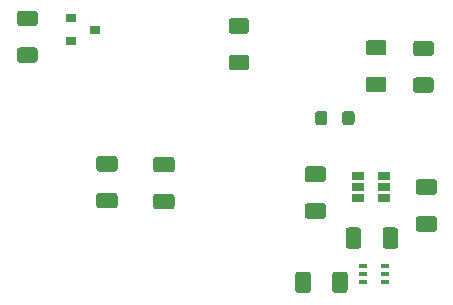
<source format=gbr>
%TF.GenerationSoftware,KiCad,Pcbnew,(5.1.9)-1*%
%TF.CreationDate,2021-05-19T15:00:27-04:00*%
%TF.ProjectId,fox_hunt_2m_fm,666f785f-6875-46e7-945f-326d5f666d2e,rev?*%
%TF.SameCoordinates,Original*%
%TF.FileFunction,Paste,Top*%
%TF.FilePolarity,Positive*%
%FSLAX46Y46*%
G04 Gerber Fmt 4.6, Leading zero omitted, Abs format (unit mm)*
G04 Created by KiCad (PCBNEW (5.1.9)-1) date 2021-05-19 15:00:27*
%MOMM*%
%LPD*%
G01*
G04 APERTURE LIST*
%ADD10R,0.650000X0.400000*%
%ADD11R,1.060000X0.650000*%
%ADD12R,0.900000X0.800000*%
G04 APERTURE END LIST*
D10*
%TO.C,U2*%
X159954000Y-132319000D03*
X159954000Y-133619000D03*
X158054000Y-132969000D03*
X159954000Y-132969000D03*
X158054000Y-133619000D03*
X158054000Y-132319000D03*
%TD*%
D11*
%TO.C,U1*%
X159850000Y-125603000D03*
X159850000Y-124653000D03*
X159850000Y-126553000D03*
X157650000Y-126553000D03*
X157650000Y-125603000D03*
X157650000Y-124653000D03*
%TD*%
%TO.C,R4*%
G36*
G01*
X148199000Y-112612000D02*
X146949000Y-112612000D01*
G75*
G02*
X146699000Y-112362000I0J250000D01*
G01*
X146699000Y-111562000D01*
G75*
G02*
X146949000Y-111312000I250000J0D01*
G01*
X148199000Y-111312000D01*
G75*
G02*
X148449000Y-111562000I0J-250000D01*
G01*
X148449000Y-112362000D01*
G75*
G02*
X148199000Y-112612000I-250000J0D01*
G01*
G37*
G36*
G01*
X148199000Y-115712000D02*
X146949000Y-115712000D01*
G75*
G02*
X146699000Y-115462000I0J250000D01*
G01*
X146699000Y-114662000D01*
G75*
G02*
X146949000Y-114412000I250000J0D01*
G01*
X148199000Y-114412000D01*
G75*
G02*
X148449000Y-114662000I0J-250000D01*
G01*
X148449000Y-115462000D01*
G75*
G02*
X148199000Y-115712000I-250000J0D01*
G01*
G37*
%TD*%
%TO.C,R3*%
G36*
G01*
X129042000Y-113777000D02*
X130292000Y-113777000D01*
G75*
G02*
X130542000Y-114027000I0J-250000D01*
G01*
X130542000Y-114827000D01*
G75*
G02*
X130292000Y-115077000I-250000J0D01*
G01*
X129042000Y-115077000D01*
G75*
G02*
X128792000Y-114827000I0J250000D01*
G01*
X128792000Y-114027000D01*
G75*
G02*
X129042000Y-113777000I250000J0D01*
G01*
G37*
G36*
G01*
X129042000Y-110677000D02*
X130292000Y-110677000D01*
G75*
G02*
X130542000Y-110927000I0J-250000D01*
G01*
X130542000Y-111727000D01*
G75*
G02*
X130292000Y-111977000I-250000J0D01*
G01*
X129042000Y-111977000D01*
G75*
G02*
X128792000Y-111727000I0J250000D01*
G01*
X128792000Y-110927000D01*
G75*
G02*
X129042000Y-110677000I250000J0D01*
G01*
G37*
%TD*%
%TO.C,R2*%
G36*
G01*
X162570000Y-116317000D02*
X163820000Y-116317000D01*
G75*
G02*
X164070000Y-116567000I0J-250000D01*
G01*
X164070000Y-117367000D01*
G75*
G02*
X163820000Y-117617000I-250000J0D01*
G01*
X162570000Y-117617000D01*
G75*
G02*
X162320000Y-117367000I0J250000D01*
G01*
X162320000Y-116567000D01*
G75*
G02*
X162570000Y-116317000I250000J0D01*
G01*
G37*
G36*
G01*
X162570000Y-113217000D02*
X163820000Y-113217000D01*
G75*
G02*
X164070000Y-113467000I0J-250000D01*
G01*
X164070000Y-114267000D01*
G75*
G02*
X163820000Y-114517000I-250000J0D01*
G01*
X162570000Y-114517000D01*
G75*
G02*
X162320000Y-114267000I0J250000D01*
G01*
X162320000Y-113467000D01*
G75*
G02*
X162570000Y-113217000I250000J0D01*
G01*
G37*
%TD*%
%TO.C,R1*%
G36*
G01*
X158569500Y-116253500D02*
X159819500Y-116253500D01*
G75*
G02*
X160069500Y-116503500I0J-250000D01*
G01*
X160069500Y-117303500D01*
G75*
G02*
X159819500Y-117553500I-250000J0D01*
G01*
X158569500Y-117553500D01*
G75*
G02*
X158319500Y-117303500I0J250000D01*
G01*
X158319500Y-116503500D01*
G75*
G02*
X158569500Y-116253500I250000J0D01*
G01*
G37*
G36*
G01*
X158569500Y-113153500D02*
X159819500Y-113153500D01*
G75*
G02*
X160069500Y-113403500I0J-250000D01*
G01*
X160069500Y-114203500D01*
G75*
G02*
X159819500Y-114453500I-250000J0D01*
G01*
X158569500Y-114453500D01*
G75*
G02*
X158319500Y-114203500I0J250000D01*
G01*
X158319500Y-113403500D01*
G75*
G02*
X158569500Y-113153500I250000J0D01*
G01*
G37*
%TD*%
D12*
%TO.C,Q1*%
X135350000Y-112268000D03*
X133350000Y-113218000D03*
X133350000Y-111318000D03*
%TD*%
%TO.C,L1*%
G36*
G01*
X156320000Y-120111001D02*
X156320000Y-119410999D01*
G75*
G02*
X156569999Y-119161000I249999J0D01*
G01*
X157120001Y-119161000D01*
G75*
G02*
X157370000Y-119410999I0J-249999D01*
G01*
X157370000Y-120111001D01*
G75*
G02*
X157120001Y-120361000I-249999J0D01*
G01*
X156569999Y-120361000D01*
G75*
G02*
X156320000Y-120111001I0J249999D01*
G01*
G37*
G36*
G01*
X154020000Y-120111001D02*
X154020000Y-119410999D01*
G75*
G02*
X154269999Y-119161000I249999J0D01*
G01*
X154820001Y-119161000D01*
G75*
G02*
X155070000Y-119410999I0J-249999D01*
G01*
X155070000Y-120111001D01*
G75*
G02*
X154820001Y-120361000I-249999J0D01*
G01*
X154269999Y-120361000D01*
G75*
G02*
X154020000Y-120111001I0J249999D01*
G01*
G37*
%TD*%
%TO.C,C6*%
G36*
G01*
X155459000Y-134317501D02*
X155459000Y-133017499D01*
G75*
G02*
X155708999Y-132767500I249999J0D01*
G01*
X156534001Y-132767500D01*
G75*
G02*
X156784000Y-133017499I0J-249999D01*
G01*
X156784000Y-134317501D01*
G75*
G02*
X156534001Y-134567500I-249999J0D01*
G01*
X155708999Y-134567500D01*
G75*
G02*
X155459000Y-134317501I0J249999D01*
G01*
G37*
G36*
G01*
X152334000Y-134317501D02*
X152334000Y-133017499D01*
G75*
G02*
X152583999Y-132767500I249999J0D01*
G01*
X153409001Y-132767500D01*
G75*
G02*
X153659000Y-133017499I0J-249999D01*
G01*
X153659000Y-134317501D01*
G75*
G02*
X153409001Y-134567500I-249999J0D01*
G01*
X152583999Y-134567500D01*
G75*
G02*
X152334000Y-134317501I0J249999D01*
G01*
G37*
%TD*%
%TO.C,C5*%
G36*
G01*
X164099001Y-126265500D02*
X162798999Y-126265500D01*
G75*
G02*
X162549000Y-126015501I0J249999D01*
G01*
X162549000Y-125190499D01*
G75*
G02*
X162798999Y-124940500I249999J0D01*
G01*
X164099001Y-124940500D01*
G75*
G02*
X164349000Y-125190499I0J-249999D01*
G01*
X164349000Y-126015501D01*
G75*
G02*
X164099001Y-126265500I-249999J0D01*
G01*
G37*
G36*
G01*
X164099001Y-129390500D02*
X162798999Y-129390500D01*
G75*
G02*
X162549000Y-129140501I0J249999D01*
G01*
X162549000Y-128315499D01*
G75*
G02*
X162798999Y-128065500I249999J0D01*
G01*
X164099001Y-128065500D01*
G75*
G02*
X164349000Y-128315499I0J-249999D01*
G01*
X164349000Y-129140501D01*
G75*
G02*
X164099001Y-129390500I-249999J0D01*
G01*
G37*
%TD*%
%TO.C,C4*%
G36*
G01*
X140573999Y-126160500D02*
X141874001Y-126160500D01*
G75*
G02*
X142124000Y-126410499I0J-249999D01*
G01*
X142124000Y-127235501D01*
G75*
G02*
X141874001Y-127485500I-249999J0D01*
G01*
X140573999Y-127485500D01*
G75*
G02*
X140324000Y-127235501I0J249999D01*
G01*
X140324000Y-126410499D01*
G75*
G02*
X140573999Y-126160500I249999J0D01*
G01*
G37*
G36*
G01*
X140573999Y-123035500D02*
X141874001Y-123035500D01*
G75*
G02*
X142124000Y-123285499I0J-249999D01*
G01*
X142124000Y-124110501D01*
G75*
G02*
X141874001Y-124360500I-249999J0D01*
G01*
X140573999Y-124360500D01*
G75*
G02*
X140324000Y-124110501I0J249999D01*
G01*
X140324000Y-123285499D01*
G75*
G02*
X140573999Y-123035500I249999J0D01*
G01*
G37*
%TD*%
%TO.C,C3*%
G36*
G01*
X157938500Y-129270999D02*
X157938500Y-130571001D01*
G75*
G02*
X157688501Y-130821000I-249999J0D01*
G01*
X156863499Y-130821000D01*
G75*
G02*
X156613500Y-130571001I0J249999D01*
G01*
X156613500Y-129270999D01*
G75*
G02*
X156863499Y-129021000I249999J0D01*
G01*
X157688501Y-129021000D01*
G75*
G02*
X157938500Y-129270999I0J-249999D01*
G01*
G37*
G36*
G01*
X161063500Y-129270999D02*
X161063500Y-130571001D01*
G75*
G02*
X160813501Y-130821000I-249999J0D01*
G01*
X159988499Y-130821000D01*
G75*
G02*
X159738500Y-130571001I0J249999D01*
G01*
X159738500Y-129270999D01*
G75*
G02*
X159988499Y-129021000I249999J0D01*
G01*
X160813501Y-129021000D01*
G75*
G02*
X161063500Y-129270999I0J-249999D01*
G01*
G37*
%TD*%
%TO.C,C2*%
G36*
G01*
X135747999Y-126083500D02*
X137048001Y-126083500D01*
G75*
G02*
X137298000Y-126333499I0J-249999D01*
G01*
X137298000Y-127158501D01*
G75*
G02*
X137048001Y-127408500I-249999J0D01*
G01*
X135747999Y-127408500D01*
G75*
G02*
X135498000Y-127158501I0J249999D01*
G01*
X135498000Y-126333499D01*
G75*
G02*
X135747999Y-126083500I249999J0D01*
G01*
G37*
G36*
G01*
X135747999Y-122958500D02*
X137048001Y-122958500D01*
G75*
G02*
X137298000Y-123208499I0J-249999D01*
G01*
X137298000Y-124033501D01*
G75*
G02*
X137048001Y-124283500I-249999J0D01*
G01*
X135747999Y-124283500D01*
G75*
G02*
X135498000Y-124033501I0J249999D01*
G01*
X135498000Y-123208499D01*
G75*
G02*
X135747999Y-122958500I249999J0D01*
G01*
G37*
%TD*%
%TO.C,C1*%
G36*
G01*
X153400999Y-126972500D02*
X154701001Y-126972500D01*
G75*
G02*
X154951000Y-127222499I0J-249999D01*
G01*
X154951000Y-128047501D01*
G75*
G02*
X154701001Y-128297500I-249999J0D01*
G01*
X153400999Y-128297500D01*
G75*
G02*
X153151000Y-128047501I0J249999D01*
G01*
X153151000Y-127222499D01*
G75*
G02*
X153400999Y-126972500I249999J0D01*
G01*
G37*
G36*
G01*
X153400999Y-123847500D02*
X154701001Y-123847500D01*
G75*
G02*
X154951000Y-124097499I0J-249999D01*
G01*
X154951000Y-124922501D01*
G75*
G02*
X154701001Y-125172500I-249999J0D01*
G01*
X153400999Y-125172500D01*
G75*
G02*
X153151000Y-124922501I0J249999D01*
G01*
X153151000Y-124097499D01*
G75*
G02*
X153400999Y-123847500I249999J0D01*
G01*
G37*
%TD*%
M02*

</source>
